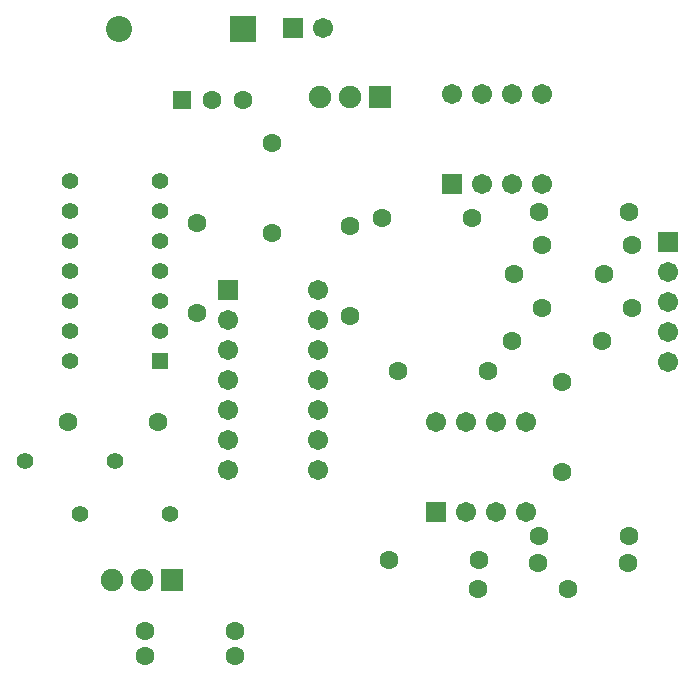
<source format=gts>
G04 Layer_Color=8388736*
%FSLAX44Y44*%
%MOMM*%
G71*
G01*
G75*
%ADD11C,1.4224*%
%ADD12R,1.4224X1.4224*%
%ADD31C,1.6032*%
%ADD32R,1.7032X1.7032*%
%ADD33C,1.7032*%
%ADD34R,1.6032X1.6032*%
%ADD35C,2.2032*%
%ADD36R,2.2032X2.2032*%
%ADD37C,1.4032*%
%ADD38R,1.9032X1.9032*%
%ADD39C,1.9032*%
%ADD40R,1.7032X1.7032*%
D11*
X490220Y660400D02*
D03*
Y685800D02*
D03*
Y711200D02*
D03*
Y736600D02*
D03*
Y762000D02*
D03*
Y787400D02*
D03*
Y812800D02*
D03*
X566420D02*
D03*
Y787400D02*
D03*
Y762000D02*
D03*
Y736600D02*
D03*
Y711200D02*
D03*
Y685800D02*
D03*
D12*
Y660400D02*
D03*
D31*
X835660Y467360D02*
D03*
X911860D02*
D03*
X768350Y651510D02*
D03*
X844550D02*
D03*
X727710Y774700D02*
D03*
Y698500D02*
D03*
X661670Y844550D02*
D03*
Y768350D02*
D03*
X598170Y777240D02*
D03*
Y701040D02*
D03*
X636870Y881380D02*
D03*
X610870D02*
D03*
X488950Y608330D02*
D03*
X565150D02*
D03*
X629920Y410210D02*
D03*
X553720D02*
D03*
Y431800D02*
D03*
X629920D02*
D03*
X890270Y704850D02*
D03*
X966470D02*
D03*
X754380Y781050D02*
D03*
X830580D02*
D03*
X887730Y786130D02*
D03*
X963930D02*
D03*
X890270Y758190D02*
D03*
X966470D02*
D03*
X866140Y734060D02*
D03*
X942340D02*
D03*
X864870Y676910D02*
D03*
X941070D02*
D03*
X760730Y491490D02*
D03*
X836930D02*
D03*
X887730Y511810D02*
D03*
X963930D02*
D03*
X886460Y488950D02*
D03*
X962660D02*
D03*
X906780Y642620D02*
D03*
Y566420D02*
D03*
D32*
X814070Y810260D02*
D03*
X800100Y532130D02*
D03*
X996950Y760730D02*
D03*
D33*
X839470Y810260D02*
D03*
X864870D02*
D03*
X890270D02*
D03*
X814070Y886460D02*
D03*
X839470D02*
D03*
X864870D02*
D03*
X890270D02*
D03*
X825500Y532130D02*
D03*
X850900D02*
D03*
X876300D02*
D03*
X800100Y608330D02*
D03*
X825500D02*
D03*
X850900D02*
D03*
X876300D02*
D03*
X699940Y567690D02*
D03*
Y593090D02*
D03*
Y618490D02*
D03*
Y643890D02*
D03*
Y669290D02*
D03*
Y694690D02*
D03*
Y720090D02*
D03*
X623740Y567690D02*
D03*
Y593090D02*
D03*
Y618490D02*
D03*
Y643890D02*
D03*
Y669290D02*
D03*
Y694690D02*
D03*
X704850Y942340D02*
D03*
X996950Y659130D02*
D03*
Y684530D02*
D03*
Y709930D02*
D03*
Y735330D02*
D03*
D34*
X584870Y881380D02*
D03*
D35*
X531900Y941070D02*
D03*
D36*
X636500D02*
D03*
D37*
X528320Y575310D02*
D03*
X452120D02*
D03*
X499110Y530860D02*
D03*
X575310D02*
D03*
D38*
X576580Y474980D02*
D03*
X753110Y883920D02*
D03*
D39*
X551180Y474980D02*
D03*
X525780D02*
D03*
X702310Y883920D02*
D03*
X727710D02*
D03*
D40*
X623740Y720090D02*
D03*
X679450Y942340D02*
D03*
M02*

</source>
